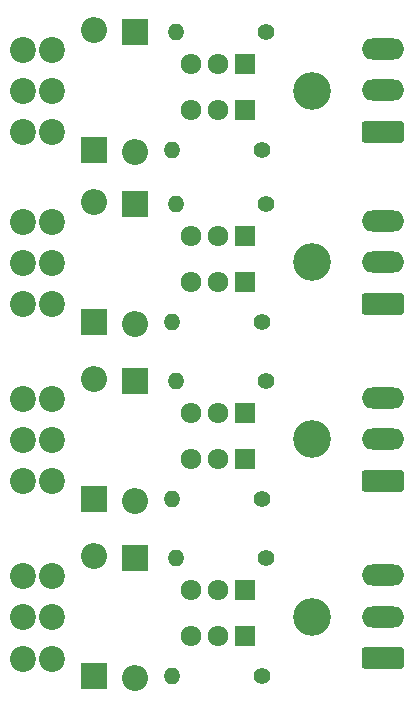
<source format=gbr>
%TF.GenerationSoftware,KiCad,Pcbnew,8.0.2*%
%TF.CreationDate,2025-01-21T19:49:39+01:00*%
%TF.ProjectId,wisselMotorExtension-THT,77697373-656c-44d6-9f74-6f7245787465,rev?*%
%TF.SameCoordinates,Original*%
%TF.FileFunction,Soldermask,Bot*%
%TF.FilePolarity,Negative*%
%FSLAX46Y46*%
G04 Gerber Fmt 4.6, Leading zero omitted, Abs format (unit mm)*
G04 Created by KiCad (PCBNEW 8.0.2) date 2025-01-21 19:49:39*
%MOMM*%
%LPD*%
G01*
G04 APERTURE LIST*
G04 Aperture macros list*
%AMRoundRect*
0 Rectangle with rounded corners*
0 $1 Rounding radius*
0 $2 $3 $4 $5 $6 $7 $8 $9 X,Y pos of 4 corners*
0 Add a 4 corners polygon primitive as box body*
4,1,4,$2,$3,$4,$5,$6,$7,$8,$9,$2,$3,0*
0 Add four circle primitives for the rounded corners*
1,1,$1+$1,$2,$3*
1,1,$1+$1,$4,$5*
1,1,$1+$1,$6,$7*
1,1,$1+$1,$8,$9*
0 Add four rect primitives between the rounded corners*
20,1,$1+$1,$2,$3,$4,$5,0*
20,1,$1+$1,$4,$5,$6,$7,0*
20,1,$1+$1,$6,$7,$8,$9,0*
20,1,$1+$1,$8,$9,$2,$3,0*%
G04 Aperture macros list end*
%ADD10C,3.200000*%
%ADD11RoundRect,0.250000X1.550000X-0.650000X1.550000X0.650000X-1.550000X0.650000X-1.550000X-0.650000X0*%
%ADD12O,3.600000X1.800000*%
%ADD13C,1.400000*%
%ADD14O,1.400000X1.400000*%
%ADD15R,1.710000X1.800000*%
%ADD16O,1.710000X1.800000*%
%ADD17C,2.200000*%
%ADD18R,2.200000X2.200000*%
%ADD19O,2.200000X2.200000*%
G04 APERTURE END LIST*
D10*
%TO.C,REF\u002A\u002A*%
X65500000Y-74500000D03*
%TD*%
%TO.C,REF\u002A\u002A*%
X65500000Y-59500000D03*
%TD*%
%TO.C,REF\u002A\u002A*%
X65500000Y-44500000D03*
%TD*%
D11*
%TO.C,J502*%
X71500000Y-78000000D03*
D12*
X71500000Y-74500000D03*
X71500000Y-71000000D03*
%TD*%
D11*
%TO.C,J402*%
X71500000Y-63000000D03*
D12*
X71500000Y-59500000D03*
X71500000Y-56000000D03*
%TD*%
D11*
%TO.C,J302*%
X71500000Y-48000000D03*
D12*
X71500000Y-44500000D03*
X71500000Y-41000000D03*
%TD*%
D11*
%TO.C,J202*%
X71500000Y-33445000D03*
D12*
X71500000Y-29945000D03*
X71500000Y-26445000D03*
%TD*%
D10*
%TO.C,REF\u002A\u002A*%
X65500000Y-30000000D03*
%TD*%
D13*
%TO.C,R502*%
X61620000Y-69555000D03*
D14*
X54000000Y-69555000D03*
%TD*%
D13*
%TO.C,R501*%
X61220000Y-79555000D03*
D14*
X53600000Y-79555000D03*
%TD*%
D13*
%TO.C,R402*%
X61620000Y-54555000D03*
D14*
X54000000Y-54555000D03*
%TD*%
D13*
%TO.C,R401*%
X61220000Y-64555000D03*
D14*
X53600000Y-64555000D03*
%TD*%
D13*
%TO.C,R302*%
X61620000Y-39555000D03*
D14*
X54000000Y-39555000D03*
%TD*%
D13*
%TO.C,R301*%
X61220000Y-49555000D03*
D14*
X53600000Y-49555000D03*
%TD*%
D13*
%TO.C,R202*%
X61620000Y-25000000D03*
D14*
X54000000Y-25000000D03*
%TD*%
D13*
%TO.C,R201*%
X61220000Y-35000000D03*
D14*
X53600000Y-35000000D03*
%TD*%
D15*
%TO.C,Q502*%
X59775000Y-72255000D03*
D16*
X57495000Y-72255000D03*
X55215000Y-72255000D03*
%TD*%
D15*
%TO.C,Q501*%
X59775000Y-76180000D03*
D16*
X57495000Y-76180000D03*
X55215000Y-76180000D03*
%TD*%
D15*
%TO.C,Q402*%
X59775000Y-57255000D03*
D16*
X57495000Y-57255000D03*
X55215000Y-57255000D03*
%TD*%
D15*
%TO.C,Q401*%
X59775000Y-61180000D03*
D16*
X57495000Y-61180000D03*
X55215000Y-61180000D03*
%TD*%
D15*
%TO.C,Q302*%
X59775000Y-42255000D03*
D16*
X57495000Y-42255000D03*
X55215000Y-42255000D03*
%TD*%
D15*
%TO.C,Q301*%
X59775000Y-46180000D03*
D16*
X57495000Y-46180000D03*
X55215000Y-46180000D03*
%TD*%
%TO.C,Q202*%
X55215000Y-27700000D03*
X57495000Y-27700000D03*
D15*
X59775000Y-27700000D03*
%TD*%
D16*
%TO.C,Q201*%
X55215000Y-31625000D03*
X57495000Y-31625000D03*
D15*
X59775000Y-31625000D03*
%TD*%
D17*
%TO.C,J501*%
X43500000Y-78055000D03*
X41000000Y-78055000D03*
X43500000Y-74555000D03*
X41000000Y-74555000D03*
X43500000Y-71055000D03*
X41000000Y-71055000D03*
%TD*%
%TO.C,J401*%
X43500000Y-63055000D03*
X41000000Y-63055000D03*
X43500000Y-59555000D03*
X41000000Y-59555000D03*
X43500000Y-56055000D03*
X41000000Y-56055000D03*
%TD*%
%TO.C,J301*%
X43500000Y-48055000D03*
X41000000Y-48055000D03*
X43500000Y-44555000D03*
X41000000Y-44555000D03*
X43500000Y-41055000D03*
X41000000Y-41055000D03*
%TD*%
%TO.C,J201*%
X43500000Y-33500000D03*
X41000000Y-33500000D03*
X43500000Y-30000000D03*
X41000000Y-30000000D03*
X43500000Y-26500000D03*
X41000000Y-26500000D03*
%TD*%
D18*
%TO.C,D502*%
X50500000Y-69555000D03*
D19*
X50500000Y-79715000D03*
%TD*%
D18*
%TO.C,D501*%
X47000000Y-79555000D03*
D19*
X47000000Y-69395000D03*
%TD*%
D18*
%TO.C,D402*%
X50500000Y-54555000D03*
D19*
X50500000Y-64715000D03*
%TD*%
D18*
%TO.C,D401*%
X47000000Y-64555000D03*
D19*
X47000000Y-54395000D03*
%TD*%
D18*
%TO.C,D302*%
X50500000Y-39555000D03*
D19*
X50500000Y-49715000D03*
%TD*%
D18*
%TO.C,D301*%
X47000000Y-49555000D03*
D19*
X47000000Y-39395000D03*
%TD*%
%TO.C,D202*%
X50500000Y-35160000D03*
D18*
X50500000Y-25000000D03*
%TD*%
D19*
%TO.C,D201*%
X47000000Y-24840000D03*
D18*
X47000000Y-35000000D03*
%TD*%
M02*

</source>
